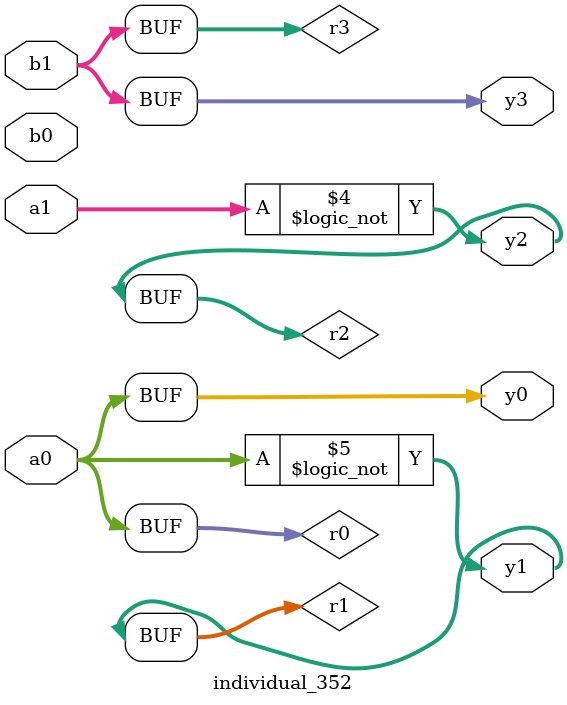
<source format=sv>
module individual_352(input logic [15:0] a1, input logic [15:0] a0, input logic [15:0] b1, input logic [15:0] b0, output logic [15:0] y3, output logic [15:0] y2, output logic [15:0] y1, output logic [15:0] y0);
logic [15:0] r0, r1, r2, r3; 
 always@(*) begin 
	 r0 = a0; r1 = a1; r2 = b0; r3 = b1; 
 	 r1 = ! r2 ;
 	 r2  |=  r3 ;
 	 r2 = ! a1 ;
 	 r1 = ! r0 ;
 	 y3 = r3; y2 = r2; y1 = r1; y0 = r0; 
end
endmodule
</source>
